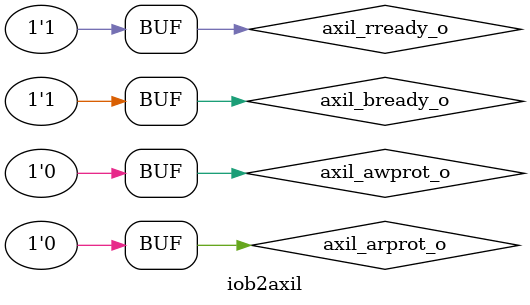
<source format=v>
`timescale 1ns / 1ps



module iob2axil #(
    parameter AXIL_ADDR_W = 21,           // AXI Lite address bus width in bits
    parameter AXIL_DATA_W = 21,           // AXI Lite data bus width in bits
    parameter ADDR_W      = AXIL_ADDR_W,  // IOb address bus width in bits
    parameter DATA_W      = AXIL_DATA_W   // IOb data bus width in bits
) (
    //
    // AXI4 Lite master interface
    //
    `include "iob_axil_m_port.vs"

    //
    // IOb slave interface
    //
    `include "iob_s_port.vs"

    // Global signals
    `include "iob_clkrst_port.vs"
);

   //
   // COMPUTE IOb OUTPUTS
   //
   assign iob_rvalid_o   = axil_rvalid_i;
   assign iob_rdata_o    = axil_rdata_i;
   assign iob_ready_o    = (iob_wstrb_i != {(DATA_W / 8) {1'd0}}) ? axil_wready_i : axil_arready_i;

   //
   // COMPUTE AXIL OUTPUTS
   //

   // write address
   assign axil_awvalid_o = iob_avalid_i & |iob_wstrb_i;
   assign axil_awaddr_o  = iob_addr_i;
   assign axil_awprot_o  = 3'd2;

   // write
   assign axil_wvalid_o  = iob_avalid_i & |iob_wstrb_i;
   assign axil_wdata_o   = iob_wdata_i;
   assign axil_wstrb_o   = iob_wstrb_i;

   // write response
   assign axil_bready_o  = 1'b1;

   // read address
   assign axil_arvalid_o = iob_avalid_i & ~|iob_wstrb_i;
   assign axil_araddr_o  = iob_addr_i;
   assign axil_arprot_o  = 3'd2;

   // read
   assign axil_rready_o  = 1'b1;

endmodule

</source>
